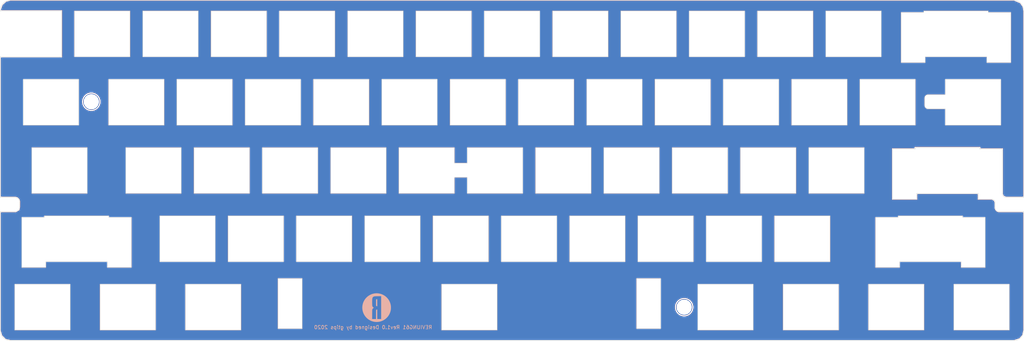
<source format=kicad_pcb>
(kicad_pcb (version 20221018) (generator pcbnew)
  (title_block (title "REVIUNG61 TOP PLATE ALPS") (date "2020-07-07") (rev "1.0"))
  (layers (0 "F.Cu" signal) (31 "B.Cu" signal) (34 "B.Paste" user) (35 "F.Paste" user) (36 "B.SilkS" user "B.Silkscreen") (37 "F.SilkS" user "F.Silkscreen") (38 "B.Mask" user) (39 "F.Mask" user) (44 "Edge.Cuts" user))
  (net 0 "")
  (footprint "_reviung-kbd:HOLE_4.2mm" (layer "F.Cu") (at 210.76 105.65)
    (fp_text reference "Ref**")
    (fp_text value "Val**")
    (pad "1" thru_hole circle (at 0 0) (size 4.5 4.5) (drill 4.2) (layers "*.Cu" "*.Mask"))
  )
  (footprint "_reviung-kbd:HOLE_4.2mm" (layer "F.Cu") (at 45.41 48.35)
    (fp_text reference "H1")
    (fp_text value "MountingHole")
    (pad "1" thru_hole circle (at 0 0) (size 4.5 4.5) (drill 4.2) (layers "*.Cu" "*.Mask"))
  )
  (footprint "_reviung-kbd:R-x4-ver1" (layer "B.Cu") (at 125 105.75 180)
    (fp_text reference "G***" hide)
    (fp_text value "LOGO" hide)
    (fp_poly (pts (xy 0.044685 2.318078) (xy 0.119655 2.289475) (xy 0.162313 2.246092) (xy 0.167647 2.214209) (xy 0.172379 2.145718) (xy 0.176485 2.046337) (xy 0.179938 1.921786) (xy 0.182713 1.777787) (xy 0.184784 1.620059) (xy 0.186128 1.454322) (xy 0.186717 1.286297) (xy 0.186527 1.121702) (xy 0.185532 0.966259) (xy 0.183708 0.825688) (xy 0.181028 0.705708) (xy 0.177467 0.61204) (xy 0.172999 0.550404) (xy 0.169918 0.531342) (xy 0.130637 0.451884) (xy 0.06279 0.402355) (xy -0.035168 0.381753) (xy -0.062449 0.381) (xy -0.148167 0.381) (xy -0.148167 2.328334) (xy -0.053913 2.328334) (xy 0.044685 2.318078)) (stroke (width 0.01)) (fill solid) (layer "B.SilkS"))
    (fp_poly (pts (xy 0.260831 3.971907) (xy 0.657619 3.927411) (xy 1.049113 3.84315) (xy 1.432102 3.719153) (xy 1.784792 3.564753) (xy 2.140065 3.365757) (xy 2.466316 3.137992) (xy 2.762983 2.884027) (xy 3.029506 2.606432) (xy 3.265324 2.307776) (xy 3.469875 1.990627) (xy 3.642599 1.657554) (xy 3.782936 1.311127) (xy 3.890325 0.953913) (xy 3.964204 0.588483) (xy 4.004013 0.217404) (xy 4.009192 -0.156754) (xy 3.979179 -0.531422) (xy 3.913413 -0.904032) (xy 3.811335 -1.272014) (xy 3.672382 -1.632799) (xy 3.495995 -1.983819) (xy 3.281612 -2.322505) (xy 3.117447 -2.54) (xy 3.01386 -2.659791) (xy 2.887277 -2.793066) (xy 2.748426 -2.929468) (xy 2.608035 -3.058642) (xy 2.476834 -3.170231) (xy 2.413 -3.219968) (xy 2.074835 -3.446517) (xy 1.717158 -3.636755) (xy 1.343354 -3.789746) (xy 0.956806 -3.904554) (xy 0.5609 -3.980244) (xy 0.15902 -4.015881) (xy -0.245449 -4.010528) (xy -0.3999 -3.997471) (xy -0.80111 -3.934916) (xy -1.188135 -3.833797) (xy -1.558906 -3.696113) (xy -1.911356 -3.523861) (xy -2.243417 -3.319042) (xy -2.405034 -3.196166) (xy -1.248834 -3.196166) (xy -0.148167 -3.196166) (xy -0.148167 -0.550333) (xy -0.068792 -0.550645) (xy 0.033079 -0.56623) (xy 0.108528 -0.613568) (xy 0.153425 -0.677627) (xy 0.161291 -0.69595) (xy 0.167965 -0.719307) (xy 0.173544 -0.75109) (xy 0.178125 -0.794695) (xy 0.181804 -0.853514) (xy 0.184678 -0.930942) (xy 0.186846 -1.030372) (xy 0.188403 -1.155197) (xy 0.189446 -1.308811) (xy 0.190074 -1.494608) (xy 0.190381 -1.715982) (xy 0.190467 -1.973791) (xy 0.1905 -3.196166) (xy 1.272135 -3.196166) (xy 1.2653 -1.920875) (xy 1.26385 -1.656552) (xy 1.262465 -1.431061) (xy 1.261012 -1.240896) (xy 1.259357 -1.082557) (xy 1.257368 -0.952539) (xy 1.25491 -0.847341) (xy 1.25185 -0.76346) (xy 1.248056 -0.697393) (xy 1.243393 -0.645637) (xy 1.237728 -0.60469) (xy 1.230929 -0.571048) (xy 1.22286 -0.54121) (xy 1.21339 -0.511673) (xy 1.211423 -0.50581) (xy 1.139046 -0.35336) (xy 1.03426 -0.222376) (xy 0.903448 -0.120649) (xy 0.88912 -0.112351) (xy 0.786274 -0.054538) (xy 0.874679 -0.004649) (xy 1.003984 0.085595) (xy 1.104226 0.196637) (xy 1.180691 0.335442) (xy 1.22357 0.455084) (xy 1.233687 0.510884) (xy 1.242607 0.603106) (xy 1.250276 0.725854) (xy 1.256643 0.873232) (xy 1.261654 1.039344) (xy 1.265256 1.218293) (xy 1.267397 1.404185) (xy 1.268024 1.591123) (xy 1.267083 1.77321) (xy 1.264523 1.944551) (xy 1.260289 2.099251) (xy 1.25433 2.231412) (xy 1.246592 2.335139) (xy 1.240855 2.382738) (xy 1.20502 2.571884) (xy 1.158718 2.724329) (xy 1.099257 2.844984) (xy 1.023947 2.938761) (xy 0.930096 3.010572) (xy 0.882907 3.036147) (xy 0.822408 3.064367) (xy 0.763371 3.087968) (xy 0.701326 3.107416) (xy 0.631804 3.123182) (xy 0.550333 3.135733) (xy 0.452443 3.145537) (xy 0.333665 3.153064) (xy 0.189528 3.158781) (xy 0.015562 3.163158) (xy -0.192704 3.166662) (xy -0.386292 3.169143) (xy -1.248834 3.179293) (xy -1.248834 -3.196166) (xy -2.405034 -3.196166) (xy -2.553023 -3.083652) (xy -2.838105 -2.819689) (xy -3.096596 -2.529153) (xy -3.326429 -2.214042) (xy -3.525536 -1.876353) (xy -3.69185 -1.518085) (xy -3.823303 -1.141236) (xy -3.917828 -0.747805) (xy -3.94736 -0.568746) (xy -3.964041 -0.409312) (xy -3.974042 -0.222012) (xy -3.977364 -0.020784) (xy -3.974008 0.180436) (xy -3.963974 0.367711) (xy -3.947321 0.526692) (xy -3.868838 0.932723) (xy -3.751869 1.323193) (xy -3.59799 1.695957) (xy -3.408777 2.048871) (xy -3.185805 2.379792) (xy -2.930652 2.686577) (xy -2.644891 2.967083) (xy -2.3301 3.219165) (xy -1.987854 3.44068) (xy -1.690249 3.596864) (xy -1.31511 3.751641) (xy -0.929223 3.866504) (xy -0.535799 3.941483) (xy -0.138045 3.976607) (xy 0.260831 3.971907)) (stroke (width 0.01)) (fill solid) (layer "B.SilkS"))
  )
  (gr_line (start 137.14397 80.171993) (end 137.14397 92.972008) (stroke (width 0.1)) (layer "Edge.Cuts"))
  (gr_line (start 141.908903 42.071993) (end 141.908903 54.872008) (stroke (width 0.1)) (layer "Edge.Cuts"))
  (gr_line (start 59.744819 35.822008) (end 59.744819 23.021993) (stroke (width 0.1)) (layer "Edge.Cuts"))
  (gr_line (start 150.244053 73.922008) (end 150.244053 69.455334) (stroke (width 0.1)) (layer "Edge.Cuts"))
  (gr_curve (pts (xy 302.494816 20.022004) (xy 302.494816 20.022004) (xy 22.994822 20.022004) (xy 22.994822 20.022004)) (stroke (width 0.1)) (layer "Edge.Cuts"))
  (gr_line (start 154.994819 23.021993) (end 170.49482 23.021993) (stroke (width 0.1)) (layer "Edge.Cuts"))
  (gr_line (start 65.708903 54.872008) (end 50.208902 54.872008) (stroke (width 0.1)) (layer "Edge.Cuts"))
  (gr_line (start 277.56983 23.021993) (end 295.56983 23.021993) (stroke (width 0.1)) (layer "Edge.Cuts"))
  (gr_line (start 107.358902 42.071993) (end 122.858903 42.071993) (stroke (width 0.1)) (layer "Edge.Cuts"))
  (gr_line (start 165.744055 73.922008) (end 150.244053 73.922008) (stroke (width 0.1)) (layer "Edge.Cuts"))
  (gr_curve (pts (xy 19.994833 35.822008) (xy 19.994833 35.822008) (xy 19.994833 75) (xy 19.994833 75)) (stroke (width 0.1)) (layer "Edge.Cuts"))
  (gr_line (start 231.194819 35.822008) (end 231.194819 23.021993) (stroke (width 0.1)) (layer "Edge.Cuts"))
  (gr_line (start 183.558902 42.071993) (end 199.058903 42.071993) (stroke (width 0.1)) (layer "Edge.Cuts"))
  (gr_line (start 221.658902 54.872008) (end 221.658902 42.071993) (stroke (width 0.1)) (layer "Edge.Cuts"))
  (gr_line (start 262.151069 112.022008) (end 262.151069 99.221993) (stroke (width 0.1)) (layer "Edge.Cuts"))
  (gr_line (start 97.844819 23.021993) (end 113.34482 23.021993) (stroke (width 0.1)) (layer "Edge.Cuts"))
  (gr_line (start 145.458902 54.872008) (end 145.458902 42.071993) (stroke (width 0.1)) (layer "Edge.Cuts"))
  (gr_line (start 108.594055 61.121993) (end 108.594055 73.922008) (stroke (width 0.1)) (layer "Edge.Cuts"))
  (gr_line (start 74.044053 61.121993) (end 89.544055 61.121993) (stroke (width 0.1)) (layer "Edge.Cuts"))
  (gr_line (start 232.39397 80.171993) (end 232.39397 92.972008) (stroke (width 0.1)) (layer "Edge.Cuts"))
  (gr_line (start 93.094053 61.121993) (end 108.594055 61.121993) (stroke (width 0.1)) (layer "Edge.Cuts"))
  (gr_line (start 79.99397 80.171993) (end 79.99397 92.972008) (stroke (width 0.1)) (layer "Edge.Cuts"))
  (gr_line (start 180.008903 54.872008) (end 164.508902 54.872008) (stroke (width 0.1)) (layer "Edge.Cuts"))
  (gr_curve (pts (xy 19.994833 112.022008) (xy 19.994833 113.678862) (xy 21.337968 115.021997) (xy 22.994822 115.021997)) (stroke (width 0.1)) (layer "Edge.Cuts"))
  (gr_line (start 28.788569 61.121993) (end 44.28857 61.121993) (stroke (width 0.1)) (layer "Edge.Cuts"))
  (gr_line (start 132.39482 35.822008) (end 116.894819 35.822008) (stroke (width 0.1)) (layer "Edge.Cuts"))
  (gr_line (start 213.34397 80.171993) (end 213.34397 92.972008) (stroke (width 0.1)) (layer "Edge.Cuts"))
  (gr_curve (pts (xy 24.04 78.999993) (xy 24.04 78.999993) (xy 19.994833 78.999993) (xy 19.994833 78.999993)) (stroke (width 0.1)) (layer "Edge.Cuts"))
  (gr_curve (pts (xy 275.18858 61.121993) (xy 275.18858 61.121993) (xy 293.18858 61.121993) (xy 293.18858 61.121993)) (stroke (width 0.1)) (layer "Edge.Cuts"))
  (gr_line (start 99.04397 80.171993) (end 99.04397 92.972008) (stroke (width 0.1)) (layer "Edge.Cuts"))
  (gr_line (start 63.33857 112.022008) (end 47.838569 112.022008) (stroke (width 0.1)) (layer "Edge.Cuts"))
  (gr_curve (pts (xy 275.18858 61.52199) (xy 275.18858 61.52199) (xy 275.18858 61.121993) (xy 275.18858 61.121993)) (stroke (width 0.1)) (layer "Edge.Cuts"))
  (gr_line (start 241.944055 73.922008) (end 226.444053 73.922008) (stroke (width 0.1)) (layer "Edge.Cuts"))
  (gr_curve (pts (xy 297.49482 77.982333) (xy 297.49482 77.982333) (xy 297.49482 76.522) (xy 297.49482 76.522)) (stroke (width 0.1)) (layer "Edge.Cuts"))
  (gr_line (start 59.744819 23.021993) (end 75.24482 23.021993) (stroke (width 0.1)) (layer "Edge.Cuts"))
  (gr_line (start 175.24397 92.972008) (end 159.743969 92.972008) (stroke (width 0.1)) (layer "Edge.Cuts"))
  (gr_curve (pts (xy 283.582319 50.345002) (xy 283.582319 50.345002) (xy 278.804488 50.345002) (xy 278.804488 50.345002)) (stroke (width 0.1)) (layer "Edge.Cuts"))
  (gr_line (start 87.15107 99.221993) (end 87.15107 112.022008) (stroke (width 0.1)) (layer "Edge.Cuts"))
  (gr_line (start 246.69482 35.822008) (end 231.194819 35.822008) (stroke (width 0.1)) (layer "Edge.Cuts"))
  (gr_line (start 301.46357 99.221993) (end 301.46357 112.022008) (stroke (width 0.1)) (layer "Edge.Cuts"))
  (gr_line (start 113.34482 35.822008) (end 97.844819 35.822008) (stroke (width 0.1)) (layer "Edge.Cuts"))
  (gr_line (start 208.59482 35.822008) (end 193.094819 35.822008) (stroke (width 0.1)) (layer "Edge.Cuts"))
  (gr_line (start 104.213573 97.627581) (end 104.213573 111.627588) (stroke (width 0.1)) (layer "Edge.Cuts"))
  (gr_line (start 112.144053 61.121993) (end 127.644055 61.121993) (stroke (width 0.1)) (layer "Edge.Cuts"))
  (gr_line (start 183.558902 54.872008) (end 183.558902 42.071993) (stroke (width 0.1)) (layer "Edge.Cuts"))
  (gr_line (start 237.158903 54.872008) (end 221.658902 54.872008) (stroke (width 0.1)) (layer "Edge.Cuts"))
  (gr_line (start 69.258902 54.872008) (end 69.258902 42.071993) (stroke (width 0.1)) (layer "Edge.Cuts"))
  (gr_line (start 135.944819 35.822008) (end 135.944819 23.021993) (stroke (width 0.1)) (layer "Edge.Cuts"))
  (gr_line (start 164.508902 42.071993) (end 180.008903 42.071993) (stroke (width 0.1)) (layer "Edge.Cuts"))
  (gr_line (start 118.09397 92.972008) (end 102.593969 92.972008) (stroke (width 0.1)) (layer "Edge.Cuts"))
  (gr_line (start 222.894055 61.121993) (end 222.894055 73.922008) (stroke (width 0.1)) (layer "Edge.Cuts"))
  (gr_line (start 285.963569 112.022008) (end 285.963569 99.221993) (stroke (width 0.1)) (layer "Edge.Cuts"))
  (gr_line (start 70.494055 61.121993) (end 70.494055 73.922008) (stroke (width 0.1)) (layer "Edge.Cuts"))
  (gr_line (start 146.694055 73.922008) (end 131.194053 73.922008) (stroke (width 0.1)) (layer "Edge.Cuts"))
  (gr_curve (pts (xy 299.08232 42.071993) (xy 299.08232 42.071993) (xy 299.08232 54.872008) (xy 299.08232 54.872008)) (stroke (width 0.1)) (layer "Edge.Cuts"))
  (gr_curve (pts (xy 25.44 76.400001) (xy 25.44 76.400001) (xy 25.44 77.600014) (xy 25.44 77.600014)) (stroke (width 0.1)) (layer "Edge.Cuts"))
  (gr_curve (pts (xy 299.501566 73.98234) (xy 299.501566 74.534632) (xy 299.949278 74.982344) (xy 300.50157 74.982344)) (stroke (width 0.1)) (layer "Edge.Cuts"))
  (gr_line (start 226.444053 61.121993) (end 241.944055 61.121993) (stroke (width 0.1)) (layer "Edge.Cuts"))
  (gr_line (start 32.738069 92.972008) (end 32.738069 94.571997) (stroke (width 0.1)) (layer "Edge.Cuts"))
  (gr_curve (pts (xy 299.501566 61.52199) (xy 299.501566 61.52199) (xy 299.501566 73.98234) (xy 299.501566 73.98234)) (stroke (width 0.1)) (layer "Edge.Cuts"))
  (gr_line (start 25.988072 94.571997) (end 25.988072 80.57199) (stroke (width 0.1)) (layer "Edge.Cuts"))
  (gr_curve (pts (xy 24.04 75) (xy 24.813187 75) (xy 25.44 75.626792) (xy 25.44 76.400001)) (stroke (width 0.1)) (layer "Edge.Cuts"))
  (gr_line (start 44.28857 73.922008) (end 28.788569 73.922008) (stroke (width 0.1)) (layer "Edge.Cuts"))
  (gr_line (start 84.758903 54.872008) (end 69.258902 54.872008) (stroke (width 0.1)) (layer "Edge.Cuts"))
  (gr_line (start 238.338569 112.022008) (end 238.338569 99.221993) (stroke (width 0.1)) (layer "Edge.Cuts"))
  (gr_line (start 118.09397 80.171993) (end 118.09397 92.972008) (stroke (width 0.1)) (layer "Edge.Cuts"))
  (gr_line (start 216.893969 80.171993) (end 232.39397 80.171993) (stroke (width 0.1)) (layer "Edge.Cuts"))
  (gr_line (start 169.294053 73.922008) (end 169.294053 61.121993) (stroke (width 0.1)) (layer "Edge.Cuts"))
  (gr_line (start 65.708903 42.071993) (end 65.708903 54.872008) (stroke (width 0.1)) (layer "Edge.Cuts"))
  (gr_line (start 40.694819 23.021993) (end 56.19482 23.021993) (stroke (width 0.1)) (layer "Edge.Cuts"))
  (gr_line (start 160.958903 42.071993) (end 160.958903 54.872008) (stroke (width 0.1)) (layer "Edge.Cuts"))
  (gr_line (start 189.54482 23.021993) (end 189.54482 35.822008) (stroke (width 0.1)) (layer "Edge.Cuts"))
  (gr_line (start 116.894819 23.021993) (end 132.39482 23.021993) (stroke (width 0.1)) (layer "Edge.Cuts"))
  (gr_line (start 235.943969 92.972008) (end 235.943969 80.171993) (stroke (width 0.1)) (layer "Edge.Cuts"))
  (gr_line (start 174.044819 35.822008) (end 174.044819 23.021993) (stroke (width 0.1)) (layer "Edge.Cuts"))
  (gr_line (start 212.144819 35.822008) (end 212.144819 23.021993) (stroke (width 0.1)) (layer "Edge.Cuts"))
  (gr_line (start 271.256822 37.421997) (end 271.256822 23.42199) (stroke (width 0.1)) (layer "Edge.Cuts"))
  (gr_line (start 64.493969 92.972008) (end 64.493969 80.171993) (stroke (width 0.1)) (layer "Edge.Cuts"))
  (gr_curve (pts (xy 277.804484 49.344998) (xy 277.804484 49.344998) (xy 277.804484 47.345013) (xy 277.804484 47.345013)) (stroke (width 0.1)) (layer "Edge.Cuts"))
  (gr_line (start 50.208902 54.872008) (end 50.208902 42.071993) (stroke (width 0.1)) (layer "Edge.Cuts"))
  (gr_line (start 170.49482 23.021993) (end 170.49482 35.822008) (stroke (width 0.1)) (layer "Edge.Cuts"))
  (gr_curve (pts (xy 292.751569 75.521997) (xy 292.751569 75.521997) (xy 292.751569 73.922008) (xy 292.751569 73.922008)) (stroke (width 0.1)) (layer "Edge.Cuts"))
  (gr_line (start 137.14397 92.972008) (end 121.643969 92.972008) (stroke (width 0.1)) (layer "Edge.Cuts"))
  (gr_curve (pts (xy 19.994833 75) (xy 19.994833 75) (xy 24.04 75) (xy 24.04 75)) (stroke (width 0.1)) (layer "Edge.Cuts"))
  (gr_line (start 56.19482 23.021993) (end 56.19482 35.822008) (stroke (width 0.1)) (layer "Edge.Cuts"))
  (gr_line (start 253.83857 112.022008) (end 238.338569 112.022008) (stroke (width 0.1)) (layer "Edge.Cuts"))
  (gr_curve (pts (xy 268.875572 75.521997) (xy 268.875572 75.521997) (xy 268.875572 61.52199) (xy 268.875572 61.52199)) (stroke (width 0.1)) (layer "Edge.Cuts"))
  (gr_line (start 230.02607 99.221993) (end 230.02607 112.022008) (stroke (width 0.1)) (layer "Edge.Cuts"))
  (gr_line (start 193.094819 35.822008) (end 193.094819 23.021993) (stroke (width 0.1)) (layer "Edge.Cuts"))
  (gr_line (start 295.56983 23.021993) (end 295.56983 23.42199) (stroke (width 0.1)) (layer "Edge.Cuts"))
  (gr_line (start 288.42608 80.57199) (end 294.739066 80.57199) (stroke (width 0.1)) (layer "Edge.Cuts"))
  (gr_line (start 270.863069 94.571997) (end 264.113072 94.571997) (stroke (width 0.1)) (layer "Edge.Cuts"))
  (gr_line (start 250.244819 23.021993) (end 265.74482 23.021993) (stroke (width 0.1)) (layer "Edge.Cuts"))
  (gr_line (start 197.463781 111.627588) (end 197.463566 97.627581) (stroke (width 0.1)) (layer "Edge.Cuts"))
  (gr_line (start 88.308902 42.071993) (end 103.808903 42.071993) (stroke (width 0.1)) (layer "Edge.Cuts"))
  (gr_line (start 108.594055 73.922008) (end 93.094053 73.922008) (stroke (width 0.1)) (layer "Edge.Cuts"))
  (gr_curve (pts (xy 22.994822 20.022004) (xy 21.337968 20.022004) (xy 19.994833 21.365139) (xy 19.994833 23.021993)) (stroke (width 0.1)) (layer "Edge.Cuts"))
  (gr_line (start 140.693969 92.972008) (end 140.693969 80.171993) (stroke (width 0.1)) (layer "Edge.Cuts"))
  (gr_line (start 74.044053 73.922008) (end 74.044053 61.121993) (stroke (width 0.1)) (layer "Edge.Cuts"))
  (gr_curve (pts (xy 292.751569 73.922008) (xy 292.751569 73.922008) (xy 275.625569 73.922008) (xy 275.625569 73.922008)) (stroke (width 0.1)) (layer "Edge.Cuts"))
  (gr_line (start 44.28857 61.121993) (end 44.28857 73.922008) (stroke (width 0.1)) (layer "Edge.Cuts"))
  (gr_line (start 165.744055 61.121993) (end 165.744055 73.922008) (stroke (width 0.1)) (layer "Edge.Cuts"))
  (gr_line (start 150.244053 69.455334) (end 146.694055 69.455334) (stroke (width 0.1)) (layer "Edge.Cuts"))
  (gr_line (start 88.308902 54.872008) (end 88.308902 42.071993) (stroke (width 0.1)) (layer "Edge.Cuts"))
  (gr_line (start 158.58857 112.022008) (end 143.088569 112.022008) (stroke (width 0.1)) (layer "Edge.Cuts"))
  (gr_line (start 135.944819 23.021993) (end 151.44482 23.021993) (stroke (width 0.1)) (layer "Edge.Cuts"))
  (gr_line (start 164.508902 54.872008) (end 164.508902 42.071993) (stroke (width 0.1)) (layer "Edge.Cuts"))
  (gr_line (start 232.39397 92.972008) (end 216.893969 92.972008) (stroke (width 0.1)) (layer "Edge.Cuts"))
  (gr_line (start 216.893969 92.972008) (end 216.893969 80.171993) (stroke (width 0.1)) (layer "Edge.Cuts"))
  (gr_line (start 259.758902 54.872008) (end 259.758902 42.071993) (stroke (width 0.1)) (layer "Edge.Cuts"))
  (gr_line (start 294.739066 94.571997) (end 287.989069 94.571997) (stroke (width 0.1)) (layer "Edge.Cuts"))
  (gr_line (start 132.39482 23.021993) (end 132.39482 35.822008) (stroke (width 0.1)) (layer "Edge.Cuts"))
  (gr_curve (pts (xy 37.14482 23.021993) (xy 37.14482 23.021993) (xy 37.14482 35.822008) (xy 37.14482 35.822008)) (stroke (width 0.1)) (layer "Edge.Cuts"))
  (gr_line (start 213.34397 92.972008) (end 197.843969 92.972008) (stroke (width 0.1)) (layer "Edge.Cuts"))
  (gr_line (start 121.643969 80.171993) (end 137.14397 80.171993) (stroke (width 0.1)) (layer "Edge.Cuts"))
  (gr_line (start 193.094819 23.021993) (end 208.59482 23.021993) (stroke (width 0.1)) (layer "Edge.Cuts"))
  (gr_line (start 75.24482 35.822008) (end 59.744819 35.822008) (stroke (width 0.1)) (layer "Edge.Cuts"))
  (gr_line (start 275.258903 42.071993) (end 275.258903 54.872008) (stroke (width 0.1)) (layer "Edge.Cuts"))
  (gr_line (start 70.494055 73.922008) (end 54.994053 73.922008) (stroke (width 0.1)) (layer "Edge.Cuts"))
  (gr_line (start 288.42608 80.171993) (end 288.42608 80.57199) (stroke (width 0.1)) (layer "Edge.Cuts"))
  (gr_line (start 89.544055 73.922008) (end 74.044053 73.922008) (stroke (width 0.1)) (layer "Edge.Cuts"))
  (gr_line (start 69.258902 42.071993) (end 84.758903 42.071993) (stroke (width 0.1)) (layer "Edge.Cuts"))
  (gr_line (start 199.058903 42.071993) (end 199.058903 54.872008) (stroke (width 0.1)) (layer "Edge.Cuts"))
  (gr_line (start 197.463566 97.627581) (end 204.213563 97.627581) (stroke (width 0.1)) (layer "Edge.Cuts"))
  (gr_line (start 146.694055 65.455342) (end 150.244053 65.455342) (stroke (width 0.1)) (layer "Edge.Cuts"))
  (gr_line (start 208.59482 23.021993) (end 208.59482 35.822008) (stroke (width 0.1)) (layer "Edge.Cuts"))
  (gr_line (start 235.943969 80.171993) (end 251.44397 80.171993) (stroke (width 0.1)) (layer "Edge.Cuts"))
  (gr_line (start 159.743969 80.171993) (end 175.24397 80.171993) (stroke (width 0.1)) (layer "Edge.Cuts"))
  (gr_curve (pts (xy 275.625569 75.521997) (xy 275.625569 75.521997) (xy 268.875572 75.521997) (xy 268.875572 75.521997)) (stroke (width 0.1)) (layer "Edge.Cuts"))
  (gr_line (start 122.858903 42.071993) (end 122.858903 54.872008) (stroke (width 0.1)) (layer "Edge.Cuts"))
  (gr_line (start 140.693969 80.171993) (end 156.19397 80.171993) (stroke (width 0.1)) (layer "Edge.Cuts"))
  (gr_line (start 188.344053 61.121993) (end 203.844055 61.121993) (stroke (width 0.1)) (layer "Edge.Cuts"))
  (gr_line (start 259.758902 42.071993) (end 275.258903 42.071993) (stroke (width 0.1)) (layer "Edge.Cuts"))
  (gr_line (start 160.958903 54.872008) (end 145.458902 54.872008) (stroke (width 0.1)) (layer "Edge.Cuts"))
  (gr_line (start 112.144053 73.922008) (end 112.144053 61.121993) (stroke (width 0.1)) (layer "Edge.Cuts"))
  (gr_line (start 230.02607 112.022008) (end 214.526069 112.022008) (stroke (width 0.1)) (layer "Edge.Cuts"))
  (gr_line (start 287.989069 92.972008) (end 270.863069 92.972008) (stroke (width 0.1)) (layer "Edge.Cuts"))
  (gr_line (start 107.358902 54.872008) (end 107.358902 42.071993) (stroke (width 0.1)) (layer "Edge.Cuts"))
  (gr_line (start 202.608902 42.071993) (end 218.108903 42.071993) (stroke (width 0.1)) (layer "Edge.Cuts"))
  (gr_line (start 295.132819 35.822008) (end 278.006819 35.822008) (stroke (width 0.1)) (layer "Edge.Cuts"))
  (gr_line (start 49.864069 94.571997) (end 49.864069 92.972008) (stroke (width 0.1)) (layer "Edge.Cuts"))
  (gr_line (start 278.006819 35.822008) (end 278.006819 37.421997) (stroke (width 0.1)) (layer "Edge.Cuts"))
  (gr_line (start 294.739066 80.57199) (end 294.739066 94.571997) (stroke (width 0.1)) (layer "Edge.Cuts"))
  (gr_line (start 197.843969 80.171993) (end 213.34397 80.171993) (stroke (width 0.1)) (layer "Edge.Cuts"))
  (gr_line (start 295.56983 23.42199) (end 301.882816 23.42199) (stroke (width 0.1)) (layer "Edge.Cuts"))
  (gr_line (start 203.844055 73.922008) (end 188.344053 73.922008) (stroke (width 0.1)) (layer "Edge.Cuts"))
  (gr_line (start 237.158903 42.071993) (end 237.158903 54.872008) (stroke (width 0.1)) (layer "Edge.Cuts"))
  (gr_line (start 71.651069 99.221993) (end 87.15107 99.221993) (stroke (width 0.1)) (layer "Edge.Cuts"))
  (gr_line (start 94.29482 23.021993) (end 94.29482 35.822008) (stroke (width 0.1)) (layer "Edge.Cuts"))
  (gr_line (start 156.19397 80.171993) (end 156.19397 92.972008) (stroke (width 0.1)) (layer "Edge.Cuts"))
  (gr_line (start 94.29482 35.822008) (end 78.794819 35.822008) (stroke (width 0.1)) (layer "Edge.Cuts"))
  (gr_line (start 158.58857 99.221993) (end 158.58857 112.022008) (stroke (width 0.1)) (layer "Edge.Cuts"))
  (gr_line (start 184.794055 61.121993) (end 184.794055 73.922008) (stroke (width 0.1)) (layer "Edge.Cuts"))
  (gr_line (start 264.113072 80.57199) (end 270.42608 80.57199) (stroke (width 0.1)) (layer "Edge.Cuts"))
  (gr_line (start 159.743969 92.972008) (end 159.743969 80.171993) (stroke (width 0.1)) (layer "Edge.Cuts"))
  (gr_line (start 207.394053 61.121993) (end 222.894055 61.121993) (stroke (width 0.1)) (layer "Edge.Cuts"))
  (gr_line (start 146.694055 69.455334) (end 146.694055 73.922008) (stroke (width 0.1)) (layer "Edge.Cuts"))
  (gr_line (start 151.44482 35.822008) (end 135.944819 35.822008) (stroke (width 0.1)) (layer "Edge.Cuts"))
  (gr_line (start 146.694055 61.121993) (end 146.694055 65.455342) (stroke (width 0.1)) (layer "Edge.Cuts"))
  (gr_line (start 83.543969 80.171993) (end 99.04397 80.171993) (stroke (width 0.1)) (layer "Edge.Cuts"))
  (gr_line (start 245.494053 73.922008) (end 245.494053 61.121993) (stroke (width 0.1)) (layer "Edge.Cuts"))
  (gr_curve (pts (xy 297.49482 76.522) (xy 297.49482 75.969708) (xy 297.047108 75.521997) (xy 296.494816 75.521997)) (stroke (width 0.1)) (layer "Edge.Cuts"))
  (gr_line (start 126.408902 42.071993) (end 141.908903 42.071993) (stroke (width 0.1)) (layer "Edge.Cuts"))
  (gr_line (start 240.708902 54.872008) (end 240.708902 42.071993) (stroke (width 0.1)) (layer "Edge.Cuts"))
  (gr_line (start 93.094053 73.922008) (end 93.094053 61.121993) (stroke (width 0.1)) (layer "Edge.Cuts"))
  (gr_curve (pts (xy 305.494827 112.022008) (xy 305.494827 112.022008) (xy 305.494827 78.982337) (xy 305.494827 78.982337)) (stroke (width 0.1)) (layer "Edge.Cuts"))
  (gr_line (start 127.644055 73.922008) (end 112.144053 73.922008) (stroke (width 0.1)) (layer "Edge.Cuts"))
  (gr_line (start 253.83857 99.221993) (end 253.83857 112.022008) (stroke (width 0.1)) (layer "Edge.Cuts"))
  (gr_line (start 47.838569 99.221993) (end 63.33857 99.221993) (stroke (width 0.1)) (layer "Edge.Cuts"))
  (gr_line (start 121.643969 92.972008) (end 121.643969 80.171993) (stroke (width 0.1)) (layer "Edge.Cuts"))
  (gr_curve (pts (xy 278.804488 46.345009) (xy 278.804488 46.345009) (xy 283.582319 46.345009) (xy 283.582319 46.345009)) (stroke (width 0.1)) (layer "Edge.Cuts"))
  (gr_line (start 26.407319 42.071993) (end 41.90732 42.071993) (stroke (width 0.1)) (layer "Edge.Cuts"))
  (gr_curve (pts (xy 300.50157 74.982344) (xy 300.50157 74.982344) (xy 305.494827 74.982344) (xy 305.494827 74.982344)) (stroke (width 0.1)) (layer "Edge.Cuts"))
  (gr_line (start 54.994053 61.121993) (end 70.494055 61.121993) (stroke (width 0.1)) (layer "Edge.Cuts"))
  (gr_line (start 39.52607 99.221993) (end 39.52607 112.022008) (stroke (width 0.1)) (layer "Edge.Cuts"))
  (gr_line (start 240.708902 42.071993) (end 256.208903 42.071993) (stroke (width 0.1)) (layer "Edge.Cuts"))
  (gr_line (start 202.608902 54.872008) (end 202.608902 42.071993) (stroke (width 0.1)) (layer "Edge.Cuts"))
  (gr_line (start 40.694819 35.822008) (end 40.694819 23.021993) (stroke (width 0.1)) (layer "Edge.Cuts"))
  (gr_line (start 227.64482 23.021993) (end 227.64482 35.822008) (stroke (width 0.1)) (layer "Edge.Cuts"))
  (gr_curve (pts (xy 298.494823 78.982337) (xy 297.942532 78.982337) (xy 297.49482 78.534625) (xy 297.49482 77.982333)) (stroke (width 0.1)) (layer "Edge.Cuts"))
  (gr_line (start 32.30108 80.171993) (end 50.30108 80.171993) (stroke (width 0.1)) (layer "Edge.Cuts"))
  (gr_line (start 103.808903 42.071993) (end 103.808903 54.872008) (stroke (width 0.1)) (layer "Edge.Cuts"))
  (gr_line (start 178.793969 92.972008) (end 178.793969 80.171993) (stroke (width 0.1)) (layer "Edge.Cuts"))
  (gr_line (start 277.56983 23.42199) (end 277.56983 23.021993) (stroke (width 0.1)) (layer "Edge.Cuts"))
  (gr_line (start 204.213563 97.627581) (end 204.213778 111.627588) (stroke (width 0.1)) (layer "Edge.Cuts"))
  (gr_line (start 41.90732 42.071993) (end 41.90732 54.872008) (stroke (width 0.1)) (layer "Edge.Cuts"))
  (gr_line (start 277.65107 99.221993) (end 277.65107 112.022008) (stroke (width 0.1)) (layer "Edge.Cuts"))
  (gr_line (start 28.788569 73.922008) (end 28.788569 61.121993) (stroke (width 0.1)) (layer "Edge.Cuts"))
  (gr_line (start 204.213778 111.627588) (end 197.463781 111.627588) (stroke (width 0.1)) (layer "Edge.Cuts"))
  (gr_line (start 227.64482 35.822008) (end 212.144819 35.822008) (stroke (width 0.1)) (layer "Edge.Cuts"))
  (gr_line (start 50.208902 42.071993) (end 65.708903 42.071993) (stroke (width 0.1)) (layer "Edge.Cuts"))
  (gr_line (start 194.29397 92.972008) (end 178.793969 92.972008) (stroke (width 0.1)) (layer "Edge.Cuts"))
  (gr_line (start 250.244819 35.822008) (end 250.244819 23.021993) (stroke (width 0.1)) (layer "Edge.Cuts"))
  (gr_line (start 238.338569 99.221993) (end 253.83857 99.221993) (stroke (width 0.1)) (layer "Edge.Cuts"))
  (gr_line (start 231.194819 23.021993) (end 246.69482 23.021993) (stroke (width 0.1)) (layer "Edge.Cuts"))
  (gr_line (start 226.444053 73.922008) (end 226.444053 61.121993) (stroke (width 0.1)) (layer "Edge.Cuts"))
  (gr_line (start 78.794819 35.822008) (end 78.794819 23.021993) (stroke (width 0.1)) (layer "Edge.Cuts"))
  (gr_line (start 150.244053 65.455342) (end 150.244053 61.121993) (stroke (width 0.1)) (layer "Edge.Cuts"))
  (gr_line (start 151.44482 23.021993) (end 151.44482 35.822008) (stroke (width 0.1)) (layer "Edge.Cuts"))
  (gr_line (start 126.408902 54.872008) (end 126.408902 42.071993) (stroke (width 0.1)) (layer "Edge.Cuts"))
  (gr_curve (pts (xy 283.582319 42.071993) (xy 283.582319 42.071993) (xy 299.08232 42.071993) (xy 299.08232 42.071993)) (stroke (width 0.1)) (layer "Edge.Cuts"))
  (gr_line (start 102.593969 92.972008) (end 102.593969 80.171993) (stroke (width 0.1)) (layer "Edge.Cuts"))
  (gr_line (start 295.132819 37.421997) (end 295.132819 35.822008) (stroke (width 0.1)) (layer "Edge.Cuts"))
  (gr_line (start 278.006819 37.421997) (end 271.256822 37.421997) (stroke (width 0.1)) (layer "Edge.Cuts"))
  (gr_line (start 246.69482 23.021993) (end 246.69482 35.822008) (stroke (width 0.1)) (layer "Edge.Cuts"))
  (gr_line (start 32.738069 94.571997) (end 25.988072 94.571997) (stroke (width 0.1)) (layer "Edge.Cuts"))
  (gr_line (start 221.658902 42.071993) (end 237.158903 42.071993) (stroke (width 0.1)) (layer "Edge.Cuts"))
  (gr_curve (pts (xy 278.804488 50.345002) (xy 278.252196 50.345002) (xy 277.804484 49.89729) (xy 277.804484 49.344998)) (stroke (width 0.1)) (layer "Edge.Cuts"))
  (gr_curve (pts (xy 283.582319 46.345009) (xy 283.582319 46.345009) (xy 283.582319 42.071993) (xy 283.582319 42.071993)) (stroke (width 0.1)) (layer "Edge.Cuts"))
  (gr_curve (pts (xy 299.08232 54.872008) (xy 299.08232 54.872008) (xy 283.582319 54.872008) (xy 283.582319 54.872008)) (stroke (width 0.1)) (layer "Edge.Cuts"))
  (gr_line (start 222.894055 73.922008) (end 207.394053 73.922008) (stroke (width 0.1)) (layer "Edge.Cuts"))
  (gr_line (start 277.65107 112.022008) (end 262.151069 112.022008) (stroke (width 0.1)) (layer "Edge.Cuts"))
  (gr_line (start 180.008903 42.071993) (end 180.008903 54.872008) (stroke (width 0.1)) (layer "Edge.Cuts"))
  (gr_line (start 54.994053 73.922008) (end 54.994053 61.121993) (stroke (width 0.1)) (layer "Edge.Cuts"))
  (gr_line (start 188.344053 73.922008) (end 188.344053 61.121993) (stroke (width 0.1)) (layer "Edge.Cuts"))
  (gr_line (start 39.52607 112.022008) (end 24.026069 112.022008) (stroke (width 0.1)) (layer "Edge.Cuts"))
  (gr_line (start 262.151069 99.221993) (end 277.65107 99.221993) (stroke (width 0.1)) (layer "Edge.Cuts"))
  (gr_curve (pts (xy 19.994833 23.021993) (xy 19.994833 23.021993) (xy 37.14482 23.021993) (xy 37.14482 23.021993)) (stroke (width 0.1)) (layer "Edge.Cuts"))
  (gr_curve (pts (xy 268.875572 61.52199) (xy 268.875572 61.52199) (xy 275.18858 61.52199) (xy 275.18858 61.52199)) (stroke (width 0.1)) (layer "Edge.Cuts"))
  (gr_line (start 301.46357 112.022008) (end 285.963569 112.022008) (stroke (width 0.1)) (layer "Edge.Cuts"))
  (gr_line (start 122.858903 54.872008) (end 107.358902 54.872008) (stroke (width 0.1)) (layer "Edge.Cuts"))
  (gr_line (start 104.213573 111.627588) (end 97.463576 111.627588) (stroke (width 0.1)) (layer "Edge.Cuts"))
  (gr_line (start 170.49482 35.822008) (end 154.994819 35.822008) (stroke (width 0.1)) (layer "Edge.Cuts"))
  (gr_line (start 245.494053 61.121993) (end 260.994055 61.121993) (stroke (width 0.1)) (layer "Edge.Cuts"))
  (gr_curve (pts (xy 305.494827 74.982344) (xy 305.494827 74.982344) (xy 305.494827 23.021993) (xy 305.494827 23.021993)) (stroke (width 0.1)) (layer "Edge.Cuts"))
  (gr_line (start 156.19397 92.972008) (end 140.693969 92.972008) (stroke (width 0.1)) (layer "Edge.Cuts"))
  (gr_curve (pts (xy 283.582319 54.872008) (xy 283.582319 54.872008) (xy 283.582319 50.345002) (xy 283.582319 50.345002)) (stroke (width 0.1)) (layer "Edge.Cuts"))
  (gr_line (start 178.793969 80.171993) (end 194.29397 80.171993) (stroke (width 0.1)) (layer "Edge.Cuts"))
  (gr_line (start 189.54482 35.822008) (end 174.044819 35.822008) (stroke (width 0.1)) (layer "Edge.Cuts"))
  (gr_line (start 197.843969 92.972008) (end 197.843969 80.171993) (stroke (width 0.1)) (layer "Edge.Cuts"))
  (gr_line (start 301.882816 23.42199) (end 301.882816 37.421997) (stroke (width 0.1)) (layer "Edge.Cuts"))
  (gr_line (start 265.74482 35.822008) (end 250.244819 35.822008) (stroke (width 0.1)) (layer "Edge.Cuts"))
  (gr_line (start 131.194053 61.121993) (end 146.694055 61.121993) (stroke (width 0.1)) (layer "Edge.Cuts"))
  (gr_line (start 169.294053 61.121993) (end 184.794055 61.121993) (stroke (width 0.1)) (layer "Edge.Cuts"))
  (gr_line (start 131.194053 73.922008) (end 131.194053 61.121993) (stroke (width 0.1)) (layer "Edge.Cuts"))
  (gr_line (start 24.026069 112.022008) (end 24.026069 99.221993) (stroke (width 0.1)) (layer "Edge.Cuts"))
  (gr_line (start 49.864069 92.972008) (end 32.738069 92.972008) (stroke (width 0.1)) (layer "Edge.Cuts"))
  (gr_line (start 154.994819 35.822008) (end 154.994819 23.021993) (stroke (width 0.1)) (layer "Edge.Cuts"))
  (gr_line (start 270.863069 92.972008) (end 270.863069 94.571997) (stroke (width 0.1)) (layer "Edge.Cuts"))
  (gr_line (start 84.758903 42.071993) (end 84.758903 54.872008) (stroke (width 0.1)) (layer "Edge.Cuts"))
  (gr_line (start 260.994055 61.121993) (end 260.994055 73.922008) (stroke (width 0.1)) (layer "Edge.Cuts"))
  (gr_curve (pts (xy 305.494827 23.021993) (xy 305.494827 21.365139) (xy 304.15167 20.022004) (xy 302.494816 20.022004)) (stroke (width 0.1)) (layer "Edge.Cuts"))
  (gr_curve (pts (xy 305.494827 78.982337) (xy 305.494827 78.982337) (xy 298.494823 78.982337) (xy 298.494823 78.982337)) (stroke (width 0.1)) (layer "Edge.Cuts"))
  (gr_line (start 83.543969 92.972008) (end 83.543969 80.171993) (stroke (width 0.1)) (layer "Edge.Cuts"))
  (gr_line (start 218.108903 54.872008) (end 202.608902 54.872008) (stroke (width 0.1)) (layer "Edge.Cuts"))
  (gr_line (start 102.593969 80.171993) (end 118.09397 80.171993) (stroke (width 0.1)) (layer "Edge.Cuts"))
  (gr_line (start 87.15107 112.022008) (end 71.651069 112.022008) (stroke (width 0.1)) (layer "Edge.Cuts"))
  (gr_line (start 174.044819 23.021993) (end 189.54482 23.021993) (stroke (width 0.1)) (layer "Edge.Cuts"))
  (gr_curve (pts (xy 277.804484 47.345013) (xy 277.804484 46.792721) (xy 278.252196 46.345009) (xy 278.804488 46.345009)) (stroke (width 0.1)) (layer "Edge.Cuts"))
  (gr_line (start 64.493969 80.171993) (end 79.99397 80.171993) (stroke (width 0.1)) (layer "Edge.Cuts"))
  (gr_curve (pts (xy 296.494816 75.521997) (xy 296.494816 75.521997) (xy 292.751569 75.521997) (xy 292.751569 75.521997)) (stroke (width 0.1)) (layer "Edge.Cuts"))
  (gr_line (start 63.33857 99.221993) (end 63.33857 112.022008) (stroke (width 0.1)) (layer "Edge.Cuts"))
  (gr_line (start 143.088569 99.221993) (end 158.58857 99.221993) (stroke (width 0.1)) (layer "Edge.Cuts"))
  (gr_line (start 251.44397 80.171993) (end 251.44397 92.972008) (stroke (width 0.1)) (layer "Edge.Cuts"))
  (gr_line (start 175.24397 80.171993) (end 175.24397 92.972008) (stroke (width 0.1)) (layer "Edge.Cuts"))
  (gr_line (start 207.394053 73.922008) (end 207.394053 61.121993) (stroke (width 0.1)) (layer "Edge.Cuts"))
  (gr_line (start 103.808903 54.872008) (end 88.308902 54.872008) (stroke (width 0.1)) (layer "Edge.Cuts"))
  (gr_line (start 47.838569 112.022008) (end 47.838569 99.221993) (stroke (width 0.1)) (layer "Edge.Cuts"))
  (gr_line (start 214.526069 112.022008) (end 214.526069 99.221993) (stroke (width 0.1)) (layer "Edge.Cuts"))
  (gr_line (start 143.088569 112.022008) (end 143.088569 99.221993) (stroke (width 0.1)) (layer "Edge.Cuts"))
  (gr_curve (pts (xy 19.994833 78.999993) (xy 19.994833 78.999993) (xy 19.994833 112.022008) (xy 19.994833 112.022008)) (stroke (width 0.1)) (layer "Edge.Cuts"))
  (gr_line (start 194.29397 80.171993) (end 194.29397 92.972008) (stroke (width 0.1)) (layer "Edge.Cuts"))
  (gr_line (start 214.526069 99.221993) (end 230.02607 99.221993) (stroke (width 0.1)) (layer "Edge.Cuts"))
  (gr_line (start 116.894819 35.822008) (end 116.894819 23.021993) (stroke (width 0.1)) (layer "Edge.Cuts"))
  (gr_line (start 24.026069 99.221993) (end 39.52607 99.221993) (stroke (width 0.1)) (layer "Edge.Cuts"))
  (gr_line (start 127.644055 61.121993) (end 127.644055 73.922008) (stroke (width 0.1)) (layer "Edge.Cuts"))
  (gr_line (start 71.651069 112.022008) (end 71.651069 99.221993) (stroke (width 0.1)) (layer "Edge.Cuts"))
  (gr_line (start 113.34482 23.021993) (end 113.34482 35.822008) (stroke (width 0.1)) (layer "Edge.Cuts"))
  (gr_line (start 271.256822 23.42199) (end 277.56983 23.42199) (stroke (width 0.1)) (layer "Edge.Cuts"))
  (gr_line (start 99.04397 92.972008) (end 83.543969 92.972008) (stroke (width 0.1)) (layer "Edge.Cuts"))
  (gr_line (start 41.90732 54.872008) (end 26.407319 54.872008) (stroke (width 0.1)) (layer "Edge.Cuts"))
  (gr_line (start 256.208903 54.872008) (end 240.708902 54.872008) (stroke (width 0.1)) (layer "Edge.Cuts"))
  (gr_line (start 56.614067 80.57199) (end 56.614067 94.571997) (stroke (width 0.1)) (layer "Edge.Cuts"))
  (gr_line (start 56.614067 94.571997) (end 49.864069 94.571997) (stroke (width 0.1)) (layer "Edge.Cuts"))
  (gr_line (start 218.108903 42.071993) (end 218.108903 54.872008) (stroke (width 0.1)) (layer "Edge.Cuts"))
  (gr_line (start 241.944055 61.121993) (end 241.944055 73.922008) (stroke (width 0.1)) (layer "Edge.Cuts"))
  (gr_line (start 275.258903 54.872008) (end 259.758902 54.872008) (stroke (width 0.1)) (layer "Edge.Cuts"))
  (gr_line (start 78.794819 23.021993) (end 94.29482 23.021993) (stroke (width 0.1)) (layer "Edge.Cuts"))
  (gr_line (start 79.99397 92.972008) (end 64.493969 92.972008) (stroke (width 0.1)) (layer "Edge.Cuts"))
  (gr_line (start 50.30108 80.57199) (end 56.614067 80.57199) (stroke (width 0.1)) (layer "Edge.Cuts"))
  (gr_curve (pts (xy 275.625569 73.922008) (xy 275.625569 73.922008) (xy 275.625569 75.521997) (xy 275.625569 75.521997)) (stroke (width 0.1)) (layer "Edge.Cuts"))
  (gr_curve (pts (xy 302.494816 115.021997) (xy 304.15167 115.021997) (xy 305.494827 113.678862) (xy 305.494827 112.022008)) (stroke (width 0.1)) (layer "Edge.Cuts"))
  (gr_line (start 301.882816 37.421997) (end 295.132819 37.421997) (stroke (width 0.1)) (layer "Edge.Cuts"))
  (gr_line (start 264.113072 94.571997) (end 264.113072 80.57199) (stroke (width 0.1)) (layer "Edge.Cuts"))
  (gr_line (start 150.244053 61.121993) (end 165.744055 61.121993) (stroke (width 0.1)) (layer "Edge.Cuts"))
  (gr_line (start 265.74482 23.021993) (end 265.74482 35.822008) (stroke (width 0.1)) (layer "Edge.Cuts"))
  (gr_line (start 256.208903 42.071993) (end 256.208903 54.872008) (stroke (width 0.1)) (layer "Edge.Cuts"))
  (gr_line (start 285.963569 99.221993) (end 301.46357 99.221993) (stroke (width 0.1)) (layer "Edge.Cuts"))
  (gr_line (start 270.42608 80.57199) (end 270.42608 80.171993) (stroke (width 0.1)) (layer "Edge.Cuts"))
  (gr_line (start 97.463576 97.627581) (end 104.213573 97.627581) (stroke (width 0.1)) (layer "Edge.Cuts"))
  (gr_line (start 97.844819 35.822008) (end 97.844819 23.021993) (stroke (width 0.1)) (layer "Edge.Cuts"))
  (gr_line (start 75.24482 23.021993) (end 75.24482 35.822008) (stroke (width 0.1)) (layer "Edge.Cuts"))
  (gr_line (start 56.19482 35.822008) (end 40.694819 35.822008) (stroke (width 0.1)) (layer "Edge.Cuts"))
  (gr_line (start 184.794055 73.922008) (end 169.294053 73.922008) (stroke (width 0.1)) (layer "Edge.Cuts"))
  (gr_curve (pts (xy 293.18858 61.121993) (xy 293.18858 61.121993) (xy 293.18858 61.52199) (xy 293.18858 61.52199)) (stroke (width 0.1)) (layer "Edge.Cuts"))
  (gr_line (start 26.407319 54.872008) (end 26.407319 42.071993) (stroke (width 0.1)) (layer "Edge.Cuts"))
  (gr_line (start 203.844055 61.121993) (end 203.844055 73.922008) (stroke (width 0.1)) (layer "Edge.Cuts"))
  (gr_line (start 145.458902 42.071993) (end 160.958903 42.071993) (stroke (width 0.1)) (layer "Edge.Cuts"))
  (gr_line (start 260.994055 73.922008) (end 245.494053 73.922008) (stroke (width 0.1)) (layer "Edge.Cuts"))
  (gr_line (start 97.463576 111.627588) (end 97.463576 97.627581) (stroke (width 0.1)) (layer "Edge.Cuts"))
  (gr_line (start 270.42608 80.171993) (end 288.42608 80.171993) (stroke (width 0.1)) (layer "Edge.Cuts"))
  (gr_line (start 141.908903 54.872008) (end 126.408902 54.872008) (stroke (width 0.1)) (layer "Edge.Cuts"))
  (gr_line (start 50.30108 80.171993) (end 50.30108 80.57199) (stroke (width 0.1)) (layer "Edge.Cuts"))
  (gr_line (start 212.144819 23.021993) (end 227.64482 23.021993) (stroke (width 0.1)) (layer "Edge.Cuts"))
  (gr_line (start 287.989069 94.571997) (end 287.989069 92.972008) (stroke (width 0.1)) (layer "Edge.Cuts"))
  (gr_curve (pts (xy 37.14482 35.822008) (xy 37.14482 35.822008) (xy 19.994833 35.822008) (xy 19.994833 35.822008)) (stroke (width 0.1)) (layer "Edge.Cuts"))
  (gr_line (start 199.058903 54.872008) (end 183.558902 54.872008) (stroke (width 0.1)) (layer "Edge.Cuts"))
  (gr_line (start 25.988072 80.57199) (end 32.30108 80.57199) (stroke (width 0.1)) (layer "Edge.Cuts"))
  (gr_line (start 32.30108 80.57199) (end 32.30108 80.171993) (stroke (width 0.1)) (layer "Edge.Cuts"))
  (gr_line (start 251.44397 92.972008) (end 235.943969 92.972008) (stroke (width 0.1)) (layer "Edge.Cuts"))
  (gr_line (start 89.544055 61.121993) (end 89.544055 73.922008) (stroke (width 0.1)) (layer "Edge.Cuts"))
  (gr_curve (pts (xy 22.994822 115.021997) (xy 22.994822 115.021997) (xy 302.494816 115.021997) (xy 302.494816 115.021997)) (stroke (width 0.1)) (layer "Edge.Cuts"))
  (gr_curve (pts (xy 293.18858 61.52199) (xy 293.18858 61.52199) (xy 299.501566 61.52199) (xy 299.501566 61.52199)) (stroke (width 0.1)) (layer "Edge.Cuts"))
  (gr_curve (pts (xy 25.44 77.600014) (xy 25.44 78.373201) (xy 24.813187 78.999993) (xy 24.04 78.999993)) (stroke (width 0.1)) (layer "Edge.Cuts"))
  (gr_text "REVIUNG61 Rev1.0 Designed by gtips 2020" (at 124 111.25) (layer "B.SilkS") (effects (font (size 1 1)) (justify mirror)))
  (zone (net 0) (net_name "") (layer "F.Cu") (connect_pads (clearance 0.35)) (min_thickness 0.254) (fill yes (thermal_gap 0.508) (thermal_bridge_width 0.508))
    (polygon (pts (xy 304.4 20.9) (xy 305.1 21.9) (xy 305.3 23) (xy 305.3 74.8) (xy 300.5 74.8) (xy 299.9 74.5) (xy 299.7 74) (xy 299.7 61.3) (xy 293.4 61.3) (xy 293.4 60.9) (xy 275 60.9) (xy 275 61.3) (xy 268.7 61.3) (xy 268.7 75.7) (xy 275.8 75.7) (xy 275.8 74.1) (xy 292.6 74.1) (xy 292.6 75.7) (xy 296.6 75.7) (xy 297.1 76) (xy 297.3 76.5) (xy 297.3 78.1) (xy 297.5 78.6) (xy 297.9 79) (xy 298.4 79.2) (xy 305.3 79.2) (xy 305.3 112.1) (xy 305 113.4) (xy 304.2 114.3) (xy 302.7 114.8) (xy 23 114.8) (xy 21.6 114.5) (xy 20.6 113.5) (xy 20.2 112.2) (xy 20.2 79.2) (xy 24.4 79.2) (xy 25.4 78.6) (xy 25.6 77.7) (xy 25.6 76.1) (xy 25.4 75.5) (xy 24.9 75) (xy 24.3 74.8) (xy 20.2 74.8) (xy 20.2 36) (xy 37.3 36) (xy 37.3 22.8) (xy 20.4 22.8) (xy 20.2 22.8) (xy 20.7 21.4) (xy 21.7 20.5) (xy 22.8 20.2) (xy 302.8 20.2)))
  )
  (zone (net 0) (net_name "") (layer "B.Cu") (connect_pads (clearance 0.35)) (min_thickness 0.254) (fill yes (thermal_gap 0.508) (thermal_bridge_width 0.508))
    (polygon (pts (xy 304.4 20.9) (xy 305.1 21.9) (xy 305.3 23) (xy 305.3 74.8) (xy 300.5 74.8) (xy 299.9 74.5) (xy 299.7 74) (xy 299.7 61.3) (xy 293.4 61.3) (xy 293.4 60.9) (xy 275 60.9) (xy 275 61.3) (xy 268.7 61.3) (xy 268.7 75.7) (xy 275.8 75.7) (xy 275.8 74.1) (xy 292.6 74.1) (xy 292.6 75.7) (xy 296.6 75.7) (xy 297.1 76) (xy 297.3 76.5) (xy 297.3 78.1) (xy 297.5 78.6) (xy 297.9 79) (xy 298.4 79.2) (xy 305.3 79.2) (xy 305.3 112.1) (xy 305 113.4) (xy 304.2 114.3) (xy 302.7 114.8) (xy 23 114.8) (xy 21.6 114.5) (xy 20.6 113.5) (xy 20.2 112.2) (xy 20.2 79.2) (xy 24.4 79.2) (xy 25.4 78.6) (xy 25.6 77.7) (xy 25.6 76.1) (xy 25.4 75.5) (xy 24.9 75) (xy 24.3 74.8) (xy 20.2 74.8) (xy 20.2 36) (xy 37.3 36) (xy 37.3 22.8) (xy 20.2 22.8) (xy 20.7 21.4) (xy 21.7 20.5) (xy 22.8 20.2) (xy 302.8 20.2)))
  )
)
</source>
